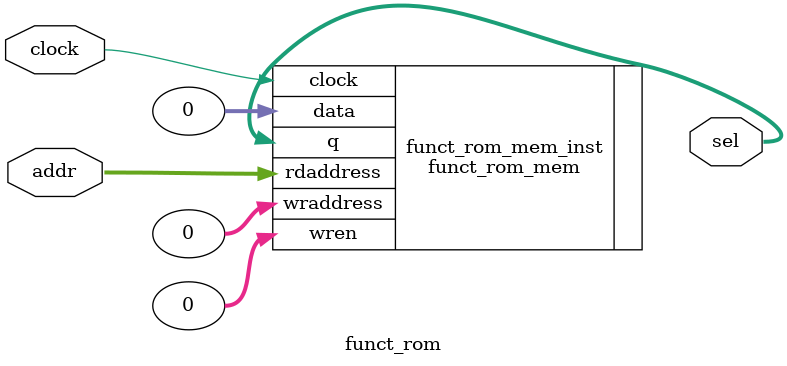
<source format=v>
module funct_rom (

	input clock, 
	output  [3:0] sel,
	input [3:0] addr
	);

funct_rom_mem	funct_rom_mem_inst (
	.clock ( clock ),
	.data ( 0 ),
	.rdaddress ( addr ),
	.wraddress ( 0 ),
	.wren ( 0 ),
	.q ( sel )
	);



endmodule


</source>
